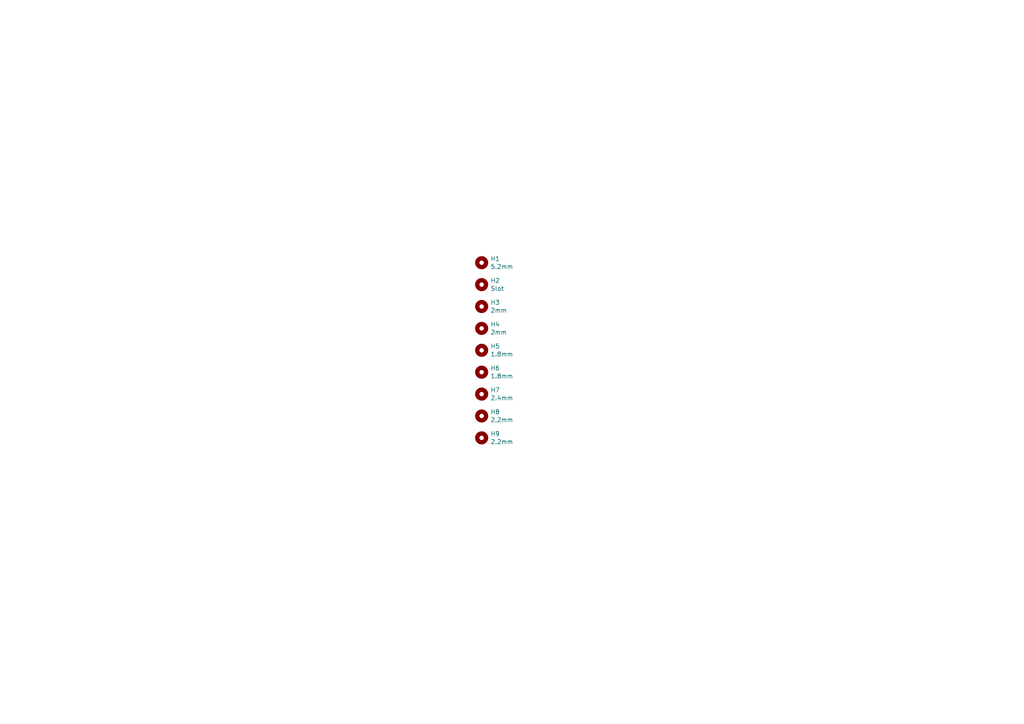
<source format=kicad_sch>
(kicad_sch (version 20211123) (generator eeschema)
  (paper "A4")
  (title_block (title "PHORAE") (rev "A"))
  (lib_symbols
    (symbol "Mechanical:MountingHole" (pin_names (offset 1.016))
      (property "Reference" "H" (at 0 5.08 0))
      (property "Value" "MountingHole" (at 0 3.175 0))
      (symbol "MountingHole_0_1"
        (circle (center 0 0) (radius 1.27) (stroke (width 1.27)))
      )
    )
  )
  (symbol (lib_id "Mechanical:MountingHole") (at 139.7 82.55 0) (unit 1)
    (property "Reference" "H2" (at 142.24 81.3816 0) (effects (justify left)))
    (property "Value" "Slot" (at 142.24 83.693 0) (effects (justify left)))
    (property "Footprint" "PhobGCC_2_0_0_footprints:Slot" (effects hide))
    (property "Package" "Mechanical" (effects hide))
    (property "VARIANT" "NoVar" (effects hide))
    (property "DNP" "DNP" (effects hide))
  )
  (symbol (lib_id "Mechanical:MountingHole") (at 139.7 120.65 0) (unit 1)
    (property "Reference" "H8" (at 142.24 119.4816 0) (effects (justify left)))
    (property "Value" "2.2mm" (at 142.24 121.793 0) (effects (justify left)))
    (property "Footprint" "PhobGCC_2_0_0_footprints:MountingHole_2.2mm" (effects hide))
    (property "Package" "Mechanical" (effects hide))
    (property "VARIANT" "NoVar" (effects hide))
    (property "DNP" "DNP" (effects hide))
  )
  (symbol (lib_id "Mechanical:MountingHole") (at 139.7 114.3 0) (unit 1)
    (property "Reference" "H7" (at 142.24 113.1316 0) (effects (justify left)))
    (property "Value" "2.4mm" (at 142.24 115.443 0) (effects (justify left)))
    (property "Footprint" "PhobGCC_2_0_0_footprints:MountingHole_2.4mm" (effects hide))
    (property "Package" "Mechanical" (effects hide))
    (property "VARIANT" "NoVar" (effects hide))
    (property "DNP" "DNP" (effects hide))
  )
  (symbol (lib_id "Mechanical:MountingHole") (at 139.7 95.25 0) (unit 1)
    (property "Reference" "H4" (at 142.24 94.0816 0) (effects (justify left)))
    (property "Value" "2mm" (at 142.24 96.393 0) (effects (justify left)))
    (property "Footprint" "PhobGCC_2_0_0_footprints:MountingHole_2.0mm" (effects hide))
    (property "Package" "Mechanical" (effects hide))
    (property "VARIANT" "NoVar" (effects hide))
    (property "DNP" "DNP" (effects hide))
  )
  (symbol (lib_id "Mechanical:MountingHole") (at 139.7 127 0) (unit 1)
    (property "Reference" "H9" (at 142.24 125.8316 0) (effects (justify left)))
    (property "Value" "2.2mm" (at 142.24 128.143 0) (effects (justify left)))
    (property "Footprint" "PhobGCC_2_0_0_footprints:MountingHole_2.2mm" (effects hide))
    (property "Package" "Mechanical" (effects hide))
    (property "VARIANT" "NoVar" (effects hide))
    (property "DNP" "DNP" (effects hide))
  )
  (symbol (lib_id "Mechanical:MountingHole") (at 139.7 101.6 0) (unit 1)
    (property "Reference" "H5" (at 142.24 100.4316 0) (effects (justify left)))
    (property "Value" "1.8mm" (at 142.24 102.743 0) (effects (justify left)))
    (property "Footprint" "PhobGCC_2_0_0_footprints:MountingHole_1.8mm" (effects hide))
    (property "Package" "Mechanical" (effects hide))
    (property "VARIANT" "NoVar" (effects hide))
    (property "DNP" "DNP" (effects hide))
  )
  (symbol (lib_id "Mechanical:MountingHole") (at 139.7 107.95 0) (unit 1)
    (property "Reference" "H6" (at 142.24 106.7816 0) (effects (justify left)))
    (property "Value" "1.8mm" (at 142.24 109.093 0) (effects (justify left)))
    (property "Footprint" "PhobGCC_2_0_0_footprints:MountingHole_1.8mm" (effects hide))
    (property "Package" "Mechanical" (effects hide))
    (property "VARIANT" "NoVar" (effects hide))
    (property "DNP" "DNP" (effects hide))
  )
  (symbol (lib_id "Mechanical:MountingHole") (at 139.7 88.9 0) (unit 1)
    (property "Reference" "H3" (at 142.24 87.7316 0) (effects (justify left)))
    (property "Value" "2mm" (at 142.24 90.043 0) (effects (justify left)))
    (property "Footprint" "PhobGCC_2_0_0_footprints:MountingHole_2.0mm" (effects hide))
    (property "Package" "Mechanical" (effects hide))
    (property "VARIANT" "NoVar" (effects hide))
    (property "DNP" "DNP" (effects hide))
  )
  (symbol (lib_id "Mechanical:MountingHole") (at 139.7 76.2 0) (unit 1)
    (property "Reference" "H1" (at 142.24 75.0316 0) (effects (justify left)))
    (property "Value" "5.2mm" (at 142.24 77.343 0) (effects (justify left)))
    (property "Footprint" "PhobGCC_2_0_0_footprints:MountingHole_5.2mm" (effects hide))
    (property "Package" "Mechanical" (effects hide))
    (property "VARIANT" "NoVar" (effects hide))
    (property "DNP" "DNP" (effects hide))
  )
)
</source>
